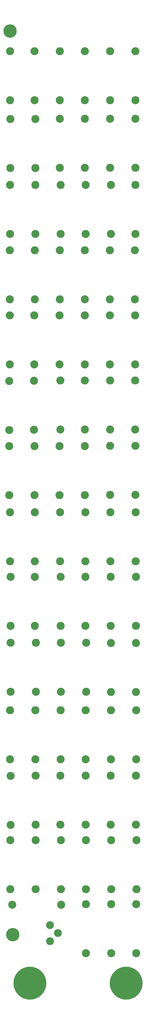
<source format=gts>
%TF.GenerationSoftware,KiCad,Pcbnew,(5.1.6)-1*%
%TF.CreationDate,2020-11-11T15:34:42-07:00*%
%TF.ProjectId,HVProbe,48565072-6f62-4652-9e6b-696361645f70,rev?*%
%TF.SameCoordinates,Original*%
%TF.FileFunction,Soldermask,Top*%
%TF.FilePolarity,Negative*%
%FSLAX46Y46*%
G04 Gerber Fmt 4.6, Leading zero omitted, Abs format (unit mm)*
G04 Created by KiCad (PCBNEW (5.1.6)-1) date 2020-11-11 15:34:42*
%MOMM*%
%LPD*%
G01*
G04 APERTURE LIST*
%ADD10C,2.440000*%
%ADD11C,2.500000*%
%ADD12O,2.500000X2.500000*%
%ADD13C,4.164000*%
%ADD14C,10.260000*%
G04 APERTURE END LIST*
D10*
%TO.C,RV1*%
X90822140Y-311196360D03*
X93322140Y-308696360D03*
X90822140Y-306196360D03*
%TD*%
D11*
%TO.C,R40*%
X101678740Y-157256480D03*
D12*
X101678740Y-172496480D03*
%TD*%
%TO.C,R37*%
X78120748Y-172496480D03*
D11*
X78120748Y-157256480D03*
%TD*%
%TO.C,R38*%
X85973412Y-157256480D03*
D12*
X85973412Y-172496480D03*
%TD*%
%TO.C,R39*%
X93826076Y-172496480D03*
D11*
X93826076Y-157256480D03*
%TD*%
D12*
%TO.C,R18*%
X117370860Y-91321012D03*
D11*
X117370860Y-76081012D03*
%TD*%
%TO.C,R15*%
X94101412Y-76081012D03*
D12*
X94101412Y-91321012D03*
%TD*%
D11*
%TO.C,R17*%
X109795564Y-76081012D03*
D12*
X109795564Y-91321012D03*
%TD*%
%TO.C,R16*%
X101948488Y-91321012D03*
D11*
X101948488Y-76081012D03*
%TD*%
%TO.C,R13*%
X78407260Y-76081012D03*
D12*
X78407260Y-91321012D03*
%TD*%
%TO.C,R14*%
X86254336Y-91321012D03*
D11*
X86254336Y-76081012D03*
%TD*%
D13*
%TO.C,J1*%
X78412340Y-28287980D03*
%TD*%
D14*
%TO.C,J2*%
X84550980Y-324246240D03*
X114520980Y-324246240D03*
%TD*%
D13*
%TO.C,J3*%
X79260700Y-309163720D03*
%TD*%
D11*
%TO.C,R1*%
X78409800Y-49753520D03*
D12*
X78409800Y-34513520D03*
%TD*%
D11*
%TO.C,R2*%
X85985096Y-49753520D03*
D12*
X85985096Y-34513520D03*
%TD*%
%TO.C,R3*%
X93832172Y-34513520D03*
D11*
X93832172Y-49753520D03*
%TD*%
%TO.C,R4*%
X101679248Y-49753520D03*
D12*
X101679248Y-34513520D03*
%TD*%
%TO.C,R5*%
X109526324Y-34513520D03*
D11*
X109526324Y-49753520D03*
%TD*%
%TO.C,R6*%
X117373400Y-49753520D03*
D12*
X117373400Y-34513520D03*
%TD*%
%TO.C,R7*%
X117373400Y-70797420D03*
D11*
X117373400Y-55557420D03*
%TD*%
%TO.C,R8*%
X109526324Y-55557420D03*
D12*
X109526324Y-70797420D03*
%TD*%
%TO.C,R9*%
X101679248Y-70797420D03*
D11*
X101679248Y-55557420D03*
%TD*%
%TO.C,R10*%
X93832172Y-55557420D03*
D12*
X93832172Y-70797420D03*
%TD*%
D11*
%TO.C,R20*%
X109482636Y-111617760D03*
D12*
X109482636Y-96377760D03*
%TD*%
D11*
%TO.C,R19*%
X117276880Y-111617760D03*
D12*
X117276880Y-96377760D03*
%TD*%
%TO.C,R12*%
X78422500Y-55567420D03*
D11*
X78422500Y-70807420D03*
%TD*%
%TO.C,R11*%
X86240620Y-70807420D03*
D12*
X86240620Y-55567420D03*
%TD*%
%TO.C,R21*%
X101688392Y-96377760D03*
D11*
X101688392Y-111617760D03*
%TD*%
%TO.C,R22*%
X93894148Y-111617760D03*
D12*
X93894148Y-96377760D03*
%TD*%
%TO.C,R23*%
X86099904Y-96377760D03*
D11*
X86099904Y-111617760D03*
%TD*%
D12*
%TO.C,R24*%
X78305660Y-96377760D03*
D11*
X78305660Y-111617760D03*
%TD*%
%TO.C,R25*%
X78298040Y-131935220D03*
D12*
X78298040Y-116695220D03*
%TD*%
%TO.C,R26*%
X85926676Y-116695220D03*
D11*
X85926676Y-131935220D03*
%TD*%
%TO.C,R27*%
X93773752Y-131935220D03*
D12*
X93773752Y-116695220D03*
%TD*%
%TO.C,R28*%
X101620828Y-116695220D03*
D11*
X101620828Y-131935220D03*
%TD*%
%TO.C,R29*%
X109467904Y-131935220D03*
D12*
X109467904Y-116695220D03*
%TD*%
%TO.C,R30*%
X117314980Y-116695220D03*
D11*
X117314980Y-131935220D03*
%TD*%
%TO.C,R36*%
X78140560Y-137025380D03*
D12*
X78140560Y-152265380D03*
%TD*%
%TO.C,R35*%
X85813900Y-152184100D03*
D11*
X85813900Y-136944100D03*
%TD*%
%TO.C,R34*%
X94079060Y-152151080D03*
D12*
X94079060Y-136911080D03*
%TD*%
%TO.C,R33*%
X101654356Y-136911080D03*
D11*
X101654356Y-152151080D03*
%TD*%
%TO.C,R32*%
X109501432Y-152151080D03*
D12*
X109501432Y-136911080D03*
%TD*%
%TO.C,R31*%
X117348508Y-136911080D03*
D11*
X117348508Y-152151080D03*
%TD*%
D12*
%TO.C,R41*%
X109526324Y-157213300D03*
D11*
X109526324Y-172453300D03*
%TD*%
%TO.C,R42*%
X117373400Y-172453300D03*
D12*
X117373400Y-157213300D03*
%TD*%
%TO.C,R43*%
X117497860Y-193083180D03*
D11*
X117497860Y-177843180D03*
%TD*%
%TO.C,R44*%
X109650784Y-177843180D03*
D12*
X109650784Y-193083180D03*
%TD*%
%TO.C,R45*%
X101803708Y-193083180D03*
D11*
X101803708Y-177843180D03*
%TD*%
%TO.C,R46*%
X93956632Y-177843180D03*
D12*
X93956632Y-193083180D03*
%TD*%
%TO.C,R47*%
X86109556Y-193083180D03*
D11*
X86109556Y-177843180D03*
%TD*%
%TO.C,R48*%
X78409800Y-177843180D03*
D12*
X78409800Y-193083180D03*
%TD*%
%TO.C,R49*%
X78544420Y-197943172D03*
D11*
X78544420Y-213183172D03*
%TD*%
%TO.C,R50*%
X86119716Y-213183172D03*
D12*
X86119716Y-197943172D03*
%TD*%
%TO.C,R60*%
X78559152Y-218463832D03*
D11*
X78559152Y-233703832D03*
%TD*%
D12*
%TO.C,R59*%
X86406228Y-218463832D03*
D11*
X86406228Y-233703832D03*
%TD*%
D12*
%TO.C,R58*%
X94253304Y-218463832D03*
D11*
X94253304Y-233703832D03*
%TD*%
%TO.C,R57*%
X102100380Y-233703832D03*
D12*
X102100380Y-218463832D03*
%TD*%
%TO.C,R56*%
X109781340Y-233776520D03*
D11*
X109781340Y-218536520D03*
%TD*%
%TO.C,R55*%
X117543580Y-218536520D03*
D12*
X117543580Y-233776520D03*
%TD*%
%TO.C,R54*%
X117554248Y-213188216D03*
D11*
X117554248Y-197948216D03*
%TD*%
%TO.C,R53*%
X109707172Y-197948216D03*
D12*
X109707172Y-213188216D03*
%TD*%
%TO.C,R52*%
X101860096Y-213188216D03*
D11*
X101860096Y-197948216D03*
%TD*%
%TO.C,R51*%
X94094300Y-197948216D03*
D12*
X94094300Y-213188216D03*
%TD*%
%TO.C,R61*%
X78409800Y-239382880D03*
D11*
X78409800Y-254622880D03*
%TD*%
%TO.C,R62*%
X86254336Y-254622880D03*
D12*
X86254336Y-239382880D03*
%TD*%
D11*
%TO.C,R63*%
X94101412Y-254622880D03*
D12*
X94101412Y-239382880D03*
%TD*%
%TO.C,R64*%
X101948488Y-239382880D03*
D11*
X101948488Y-254622880D03*
%TD*%
%TO.C,R65*%
X109795564Y-254622880D03*
D12*
X109795564Y-239382880D03*
%TD*%
%TO.C,R66*%
X117642640Y-239382880D03*
D11*
X117642640Y-254622880D03*
%TD*%
%TO.C,R67*%
X117591840Y-259776504D03*
D12*
X117591840Y-275016504D03*
%TD*%
%TO.C,R68*%
X109744764Y-275016504D03*
D11*
X109744764Y-259776504D03*
%TD*%
%TO.C,R69*%
X101897688Y-259776504D03*
D12*
X101897688Y-275016504D03*
%TD*%
%TO.C,R70*%
X94050612Y-275016504D03*
D11*
X94050612Y-259776504D03*
%TD*%
%TO.C,R80*%
X109861604Y-314959456D03*
D12*
X109861604Y-299719456D03*
%TD*%
%TO.C,R79*%
X117655340Y-299719456D03*
D11*
X117655340Y-314959456D03*
%TD*%
%TO.C,R78*%
X117772180Y-279783352D03*
D12*
X117772180Y-295023352D03*
%TD*%
%TO.C,R77*%
X109874304Y-295023352D03*
D11*
X109874304Y-279783352D03*
%TD*%
%TO.C,R76*%
X102027228Y-279783352D03*
D12*
X102027228Y-295023352D03*
%TD*%
%TO.C,R75*%
X94180152Y-295023352D03*
D11*
X94180152Y-279783352D03*
%TD*%
%TO.C,R74*%
X86333076Y-279783352D03*
D12*
X86333076Y-295023352D03*
%TD*%
%TO.C,R73*%
X78486000Y-295023352D03*
D11*
X78486000Y-279783352D03*
%TD*%
%TO.C,R72*%
X78508860Y-275084540D03*
D12*
X78508860Y-259844540D03*
%TD*%
%TO.C,R71*%
X86332060Y-259765800D03*
D11*
X86332060Y-275005800D03*
%TD*%
%TO.C,R81*%
X102036880Y-314980320D03*
D12*
X102036880Y-299740320D03*
%TD*%
%TO.C,R82*%
X79085440Y-299862240D03*
D11*
X94325440Y-299862240D03*
%TD*%
M02*

</source>
